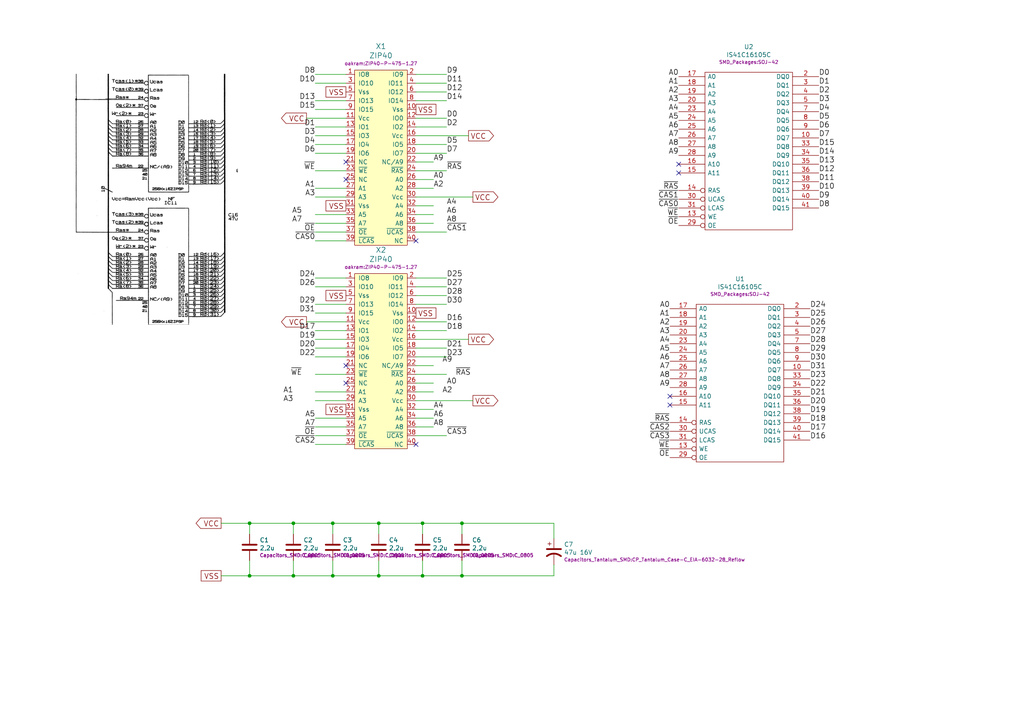
<source format=kicad_sch>
(kicad_sch (version 20230121) (generator eeschema)
  (paper "A4")
  (lib_symbols
    (symbol "oakram-rescue:C" (pin_numbers hide) (pin_names (offset 0.254))
      (property "Reference" "C" (at 0.635 2.54 0))
      (property "Value" "C" (at 0.635 -2.54 0))
      (symbol "C_0_1"
        (polyline (pts (xy -2.032 -0.762) (xy 2.032 -0.762)) (stroke (width 0.508)))
        (polyline (pts (xy -2.032 0.762) (xy 2.032 0.762)) (stroke (width 0.508)))
      )
      (symbol "C_1_1"
        (pin passive line (at 0 3.81 270) (length 2.794) (name "~") (number "1"))
        (pin passive line (at 0 -3.81 90) (length 2.794) (name "~") (number "2"))
      )
    )
    (symbol "oakram-rescue:CP1" (pin_numbers hide) (pin_names (offset 0.254) hide)
      (property "Reference" "C" (at 0.635 2.54 0))
      (property "Value" "CP1" (at 0.635 -2.54 0))
      (symbol "CP1_0_1"
        (polyline (pts (xy -2.032 0.762) (xy 2.032 0.762)) (stroke (width 0.508)))
        (polyline (pts (xy -1.778 2.286) (xy -0.762 2.286)))
        (polyline (pts (xy -1.27 1.778) (xy -1.27 2.794)))
        (arc (start 2.032 -1.27) (mid 0 -0.5572) (end -2.032 -1.27) (stroke (width 0.508)))
      )
      (symbol "CP1_1_1"
        (pin passive line (at 0 3.81 270) (length 2.794) (name "~") (number "1"))
        (pin passive line (at 0 -3.81 90) (length 3.302) (name "~") (number "2"))
      )
    )
    (symbol "oakram-rescue:DRAM_1MX16_SOJ" (pin_names (offset 0.762))
      (property "Reference" "U" (at 0 1.27 0))
      (property "Value" "DRAM_1MX16_SOJ" (at 1.27 -24.13 0))
      (symbol "DRAM_1MX16_SOJ_0_0"
        (pin power_in line (at -2.54 22.86 270) (length 0) hide (name "VCC") (number "1"))
        (pin power_in line (at 2.54 22.86 270) (length 0) hide (name "VCC") (number "21"))
        (pin power_in line (at -2.54 -22.86 90) (length 0) hide (name "VSS") (number "22"))
        (pin power_in line (at 0 -22.86 90) (length 0) hide (name "VSS") (number "37"))
        (pin power_in line (at 2.54 -22.86 90) (length 0) hide (name "VSS") (number "42"))
        (pin power_in line (at 0 22.86 270) (length 0) hide (name "VCC") (number "6"))
      )
      (symbol "DRAM_1MX16_SOJ_0_1"
        (rectangle (start -12.7 22.86) (end 12.7 -22.86))
      )
      (symbol "DRAM_1MX16_SOJ_1_1"
        (pin bidirectional line (at 20.32 3.81 180) (length 7.62) (name "DQ7") (number "10"))
        (pin input inverted (at -20.32 -19.05 0) (length 7.62) (name "WE") (number "13"))
        (pin input inverted (at -20.32 -11.43 0) (length 7.62) (name "RAS") (number "14"))
        (pin input line (at -20.32 -6.35 0) (length 7.62) (name "A11") (number "15"))
        (pin input line (at -20.32 -3.81 0) (length 7.62) (name "A10") (number "16"))
        (pin input line (at -20.32 21.59 0) (length 7.62) (name "A0") (number "17"))
        (pin input line (at -20.32 19.05 0) (length 7.62) (name "A1") (number "18"))
        (pin input line (at -20.32 16.51 0) (length 7.62) (name "A2") (number "19"))
        (pin bidirectional line (at 20.32 21.59 180) (length 7.62) (name "DQ0") (number "2"))
        (pin input line (at -20.32 13.97 0) (length 7.62) (name "A3") (number "20"))
        (pin input line (at -20.32 11.43 0) (length 7.62) (name "A4") (number "23"))
        (pin input line (at -20.32 8.89 0) (length 7.62) (name "A5") (number "24"))
        (pin input line (at -20.32 6.35 0) (length 7.62) (name "A6") (number "25"))
        (pin input line (at -20.32 3.81 0) (length 7.62) (name "A7") (number "26"))
        (pin input line (at -20.32 1.27 0) (length 7.62) (name "A8") (number "27"))
        (pin input line (at -20.32 -1.27 0) (length 7.62) (name "A9") (number "28"))
        (pin input inverted (at -20.32 -21.59 0) (length 7.62) (name "OE") (number "29"))
        (pin bidirectional line (at 20.32 19.05 180) (length 7.62) (name "DQ1") (number "3"))
        (pin input inverted (at -20.32 -13.97 0) (length 7.62) (name "UCAS") (number "30"))
        (pin input inverted (at -20.32 -16.51 0) (length 7.62) (name "LCAS") (number "31"))
        (pin bidirectional line (at 20.32 1.27 180) (length 7.62) (name "DQ8") (number "33"))
        (pin bidirectional line (at 20.32 -1.27 180) (length 7.62) (name "DQ9") (number "34"))
        (pin bidirectional line (at 20.32 -3.81 180) (length 7.62) (name "DQ10") (number "35"))
        (pin bidirectional line (at 20.32 -6.35 180) (length 7.62) (name "DQ11") (number "36"))
        (pin bidirectional line (at 20.32 -8.89 180) (length 7.62) (name "DQ12") (number "38"))
        (pin bidirectional line (at 20.32 -11.43 180) (length 7.62) (name "DQ13") (number "39"))
        (pin bidirectional line (at 20.32 16.51 180) (length 7.62) (name "DQ2") (number "4"))
        (pin bidirectional line (at 20.32 -13.97 180) (length 7.62) (name "DQ14") (number "40"))
        (pin bidirectional line (at 20.32 -16.51 180) (length 7.62) (name "DQ15") (number "41"))
        (pin bidirectional line (at 20.32 13.97 180) (length 7.62) (name "DQ3") (number "5"))
        (pin bidirectional line (at 20.32 11.43 180) (length 7.62) (name "DQ4") (number "7"))
        (pin bidirectional line (at 20.32 8.89 180) (length 7.62) (name "DQ5") (number "8"))
        (pin bidirectional line (at 20.32 6.35 180) (length 7.62) (name "DQ6") (number "9"))
      )
    )
    (symbol "oakram:ZIP40" (pin_names (offset 1.016))
      (property "Reference" "X" (at 0 26.67 0))
      (property "Value" "ZIP40" (at 0 -26.67 0))
      (symbol "ZIP40_0_1"
        (rectangle (start -7.62 25.4) (end 7.62 -25.4) (fill (type background)))
      )
      (symbol "ZIP40_1_1"
        (pin input line (at -10.16 24.13 0) (length 2.54) (name "IO8") (number "1"))
        (pin input line (at 10.16 13.97 180) (length 2.54) (name "Vss") (number "10"))
        (pin input line (at -10.16 11.43 0) (length 2.54) (name "Vcc") (number "11"))
        (pin input line (at 10.16 11.43 180) (length 2.54) (name "IO0") (number "12"))
        (pin input line (at -10.16 8.89 0) (length 2.54) (name "IO1") (number "13"))
        (pin input line (at 10.16 8.89 180) (length 2.54) (name "IO2") (number "14"))
        (pin input line (at -10.16 6.35 0) (length 2.54) (name "IO3") (number "15"))
        (pin input line (at 10.16 6.35 180) (length 2.54) (name "Vcc") (number "16"))
        (pin input line (at -10.16 3.81 0) (length 2.54) (name "IO4") (number "17"))
        (pin input line (at 10.16 3.81 180) (length 2.54) (name "IO5") (number "18"))
        (pin input line (at -10.16 1.27 0) (length 2.54) (name "IO6") (number "19"))
        (pin input line (at 10.16 24.13 180) (length 2.54) (name "IO9") (number "2"))
        (pin input line (at 10.16 1.27 180) (length 2.54) (name "IO7") (number "20"))
        (pin input line (at -10.16 -1.27 0) (length 2.54) (name "NC") (number "21"))
        (pin input line (at 10.16 -1.27 180) (length 2.54) (name "NC/A9") (number "22"))
        (pin input line (at -10.16 -3.81 0) (length 2.54) (name "~{WE}") (number "23"))
        (pin input line (at 10.16 -3.81 180) (length 2.54) (name "~{RAS}") (number "24"))
        (pin input line (at -10.16 -6.35 0) (length 2.54) (name "NC") (number "25"))
        (pin input line (at 10.16 -6.35 180) (length 2.54) (name "A0") (number "26"))
        (pin input line (at -10.16 -8.89 0) (length 2.54) (name "A1") (number "27"))
        (pin input line (at 10.16 -8.89 180) (length 2.54) (name "A2") (number "28"))
        (pin input line (at -10.16 -11.43 0) (length 2.54) (name "A3") (number "29"))
        (pin input line (at -10.16 21.59 0) (length 2.54) (name "IO10") (number "3"))
        (pin input line (at 10.16 -11.43 180) (length 2.54) (name "Vcc") (number "30"))
        (pin input line (at -10.16 -13.97 0) (length 2.54) (name "Vss") (number "31"))
        (pin input line (at 10.16 -13.97 180) (length 2.54) (name "A4") (number "32"))
        (pin input line (at -10.16 -16.51 0) (length 2.54) (name "A5") (number "33"))
        (pin input line (at 10.16 -16.51 180) (length 2.54) (name "A6") (number "34"))
        (pin input line (at -10.16 -19.05 0) (length 2.54) (name "A7") (number "35"))
        (pin input line (at 10.16 -19.05 180) (length 2.54) (name "A8") (number "36"))
        (pin input line (at -10.16 -21.59 0) (length 2.54) (name "~{OE}") (number "37"))
        (pin input line (at 10.16 -21.59 180) (length 2.54) (name "~{UCAS}") (number "38"))
        (pin input line (at -10.16 -24.13 0) (length 2.54) (name "~{LCAS}") (number "39"))
        (pin input line (at 10.16 21.59 180) (length 2.54) (name "IO11") (number "4"))
        (pin input line (at 10.16 -24.13 180) (length 2.54) (name "NC") (number "40"))
        (pin input line (at -10.16 19.05 0) (length 2.54) (name "Vss") (number "5"))
        (pin input line (at 10.16 19.05 180) (length 2.54) (name "IO12") (number "6"))
        (pin input line (at -10.16 16.51 0) (length 2.54) (name "IO13") (number "7"))
        (pin input line (at 10.16 16.51 180) (length 2.54) (name "IO14") (number "8"))
        (pin input line (at -10.16 13.97 0) (length 2.54) (name "IO15") (number "9"))
      )
    )
  )
  (junction (at 133.985 151.765))
  (junction (at 109.855 167.005))
  (junction (at 96.52 151.765))
  (junction (at 96.52 167.005))
  (junction (at 122.555 151.765))
  (junction (at 133.985 167.005))
  (junction (at 72.39 151.765))
  (junction (at 85.09 151.765))
  (junction (at 122.555 167.005))
  (junction (at 109.855 151.765))
  (junction (at 85.09 167.005))
  (junction (at 72.39 167.005))
  (no_connect (at 100.33 106.045))
  (no_connect (at 100.33 111.125))
  (no_connect (at 196.85 47.625))
  (no_connect (at 120.65 69.85))
  (no_connect (at 100.33 46.99))
  (no_connect (at 196.85 50.165))
  (no_connect (at 194.31 114.935))
  (no_connect (at 100.33 52.07))
  (no_connect (at 194.31 117.475))
  (no_connect (at 120.65 128.905))
  (wire (pts (xy 120.65 111.125) (xy 125.73 111.125)))
  (wire (pts (xy 120.65 44.45) (xy 129.54 44.45)))
  (wire (pts (xy 100.33 128.905) (xy 91.44 128.905)))
  (wire (pts (xy 100.33 21.59) (xy 91.44 21.59)))
  (wire (pts (xy 100.33 88.265) (xy 91.44 88.265)))
  (wire (pts (xy 122.555 151.765) (xy 133.985 151.765)))
  (wire (pts (xy 72.39 162.56) (xy 72.39 167.005)))
  (wire (pts (xy 100.33 64.77) (xy 91.44 64.77)))
  (wire (pts (xy 120.65 123.825) (xy 125.73 123.825)))
  (wire (pts (xy 120.65 59.69) (xy 125.73 59.69)))
  (wire (pts (xy 120.65 100.965) (xy 129.54 100.965)))
  (wire (pts (xy 100.33 36.83) (xy 91.44 36.83)))
  (wire (pts (xy 109.855 151.765) (xy 122.555 151.765)))
  (wire (pts (xy 120.65 108.585) (xy 129.54 108.585)))
  (wire (pts (xy 133.985 167.005) (xy 160.655 167.005)))
  (wire (pts (xy 120.65 29.21) (xy 129.54 29.21)))
  (wire (pts (xy 120.65 26.67) (xy 129.54 26.67)))
  (wire (pts (xy 100.33 44.45) (xy 91.44 44.45)))
  (wire (pts (xy 100.33 90.805) (xy 91.44 90.805)))
  (wire (pts (xy 100.33 62.23) (xy 91.44 62.23)))
  (wire (pts (xy 122.555 154.94) (xy 122.555 151.765)))
  (wire (pts (xy 100.33 98.425) (xy 91.44 98.425)))
  (wire (pts (xy 109.855 162.56) (xy 109.855 167.005)))
  (wire (pts (xy 120.65 34.29) (xy 129.54 34.29)))
  (wire (pts (xy 72.39 154.94) (xy 72.39 151.765)))
  (wire (pts (xy 109.855 154.94) (xy 109.855 151.765)))
  (wire (pts (xy 88.9 34.29) (xy 100.33 34.29)))
  (wire (pts (xy 64.135 167.005) (xy 72.39 167.005)))
  (wire (pts (xy 120.65 67.31) (xy 129.54 67.31)))
  (wire (pts (xy 100.33 121.285) (xy 91.44 121.285)))
  (wire (pts (xy 85.09 162.56) (xy 85.09 167.005)))
  (wire (pts (xy 120.65 39.37) (xy 135.89 39.37)))
  (wire (pts (xy 120.65 54.61) (xy 125.73 54.61)))
  (wire (pts (xy 120.65 64.77) (xy 125.73 64.77)))
  (wire (pts (xy 120.65 118.745) (xy 125.73 118.745)))
  (wire (pts (xy 160.655 151.765) (xy 160.655 156.21)))
  (wire (pts (xy 100.33 31.75) (xy 91.44 31.75)))
  (wire (pts (xy 120.65 88.265) (xy 129.54 88.265)))
  (wire (pts (xy 100.33 100.965) (xy 91.44 100.965)))
  (wire (pts (xy 100.33 39.37) (xy 91.44 39.37)))
  (wire (pts (xy 100.33 54.61) (xy 91.44 54.61)))
  (wire (pts (xy 100.33 69.85) (xy 91.44 69.85)))
  (wire (pts (xy 120.65 83.185) (xy 129.54 83.185)))
  (wire (pts (xy 100.33 67.31) (xy 91.44 67.31)))
  (wire (pts (xy 120.65 106.045) (xy 125.73 106.045)))
  (wire (pts (xy 100.33 29.21) (xy 91.44 29.21)))
  (wire (pts (xy 122.555 162.56) (xy 122.555 167.005)))
  (wire (pts (xy 100.33 95.885) (xy 91.44 95.885)))
  (wire (pts (xy 120.65 57.15) (xy 137.16 57.15)))
  (wire (pts (xy 109.855 167.005) (xy 122.555 167.005)))
  (wire (pts (xy 100.33 57.15) (xy 91.44 57.15)))
  (wire (pts (xy 100.33 116.205) (xy 91.44 116.205)))
  (wire (pts (xy 100.33 123.825) (xy 91.44 123.825)))
  (wire (pts (xy 85.09 167.005) (xy 96.52 167.005)))
  (wire (pts (xy 64.135 151.765) (xy 72.39 151.765)))
  (wire (pts (xy 160.655 167.005) (xy 160.655 163.83)))
  (wire (pts (xy 100.33 49.53) (xy 91.44 49.53)))
  (wire (pts (xy 96.52 151.765) (xy 109.855 151.765)))
  (wire (pts (xy 100.33 108.585) (xy 91.44 108.585)))
  (wire (pts (xy 120.65 24.13) (xy 129.54 24.13)))
  (wire (pts (xy 85.09 154.94) (xy 85.09 151.765)))
  (wire (pts (xy 120.65 116.205) (xy 137.16 116.205)))
  (wire (pts (xy 120.65 49.53) (xy 129.54 49.53)))
  (wire (pts (xy 96.52 167.005) (xy 109.855 167.005)))
  (wire (pts (xy 100.33 113.665) (xy 91.44 113.665)))
  (wire (pts (xy 133.985 167.005) (xy 133.985 162.56)))
  (wire (pts (xy 72.39 151.765) (xy 85.09 151.765)))
  (wire (pts (xy 120.65 36.83) (xy 129.54 36.83)))
  (wire (pts (xy 85.09 151.765) (xy 96.52 151.765)))
  (wire (pts (xy 100.33 41.91) (xy 91.44 41.91)))
  (wire (pts (xy 100.33 80.645) (xy 91.44 80.645)))
  (wire (pts (xy 120.65 52.07) (xy 125.73 52.07)))
  (wire (pts (xy 100.33 126.365) (xy 91.44 126.365)))
  (wire (pts (xy 120.65 121.285) (xy 125.73 121.285)))
  (wire (pts (xy 120.65 21.59) (xy 129.54 21.59)))
  (wire (pts (xy 120.65 85.725) (xy 129.54 85.725)))
  (wire (pts (xy 72.39 167.005) (xy 85.09 167.005)))
  (wire (pts (xy 96.52 154.94) (xy 96.52 151.765)))
  (wire (pts (xy 100.33 103.505) (xy 91.44 103.505)))
  (wire (pts (xy 120.65 80.645) (xy 129.54 80.645)))
  (wire (pts (xy 100.33 83.185) (xy 91.44 83.185)))
  (wire (pts (xy 120.65 103.505) (xy 129.54 103.505)))
  (wire (pts (xy 96.52 162.56) (xy 96.52 167.005)))
  (wire (pts (xy 120.65 62.23) (xy 125.73 62.23)))
  (wire (pts (xy 100.33 24.13) (xy 91.44 24.13)))
  (wire (pts (xy 120.65 46.99) (xy 125.73 46.99)))
  (wire (pts (xy 120.65 41.91) (xy 129.54 41.91)))
  (wire (pts (xy 88.9 93.345) (xy 100.33 93.345)))
  (wire (pts (xy 120.65 93.345) (xy 129.54 93.345)))
  (wire (pts (xy 133.985 151.765) (xy 133.985 154.94)))
  (wire (pts (xy 120.65 113.665) (xy 125.73 113.665)))
  (wire (pts (xy 120.65 98.425) (xy 135.89 98.425)))
  (wire (pts (xy 122.555 167.005) (xy 133.985 167.005)))
  (wire (pts (xy 133.985 151.765) (xy 160.655 151.765)))
  (wire (pts (xy 120.65 126.365) (xy 129.54 126.365)))
  (wire (pts (xy 120.65 95.885) (xy 129.54 95.885)))
  (image (at 44.45 57.785))
  (label "A3" (at 91.44 57.15 180) (effects (font (size 1.524 1.524))))
  (label "A6" (at 125.73 121.285 0) (effects (font (size 1.524 1.524))))
  (label "D4" (at 91.44 41.91 180) (effects (font (size 1.524 1.524))))
  (label "D21" (at 234.95 114.935 0) (effects (font (size 1.524 1.524))))
  (label "D27" (at 129.54 83.185 0) (effects (font (size 1.524 1.524))))
  (label "D12" (at 129.54 26.67 0) (effects (font (size 1.524 1.524))))
  (label "A5" (at 196.85 34.925 180) (effects (font (size 1.524 1.524))))
  (label "A1" (at 196.85 24.765 180) (effects (font (size 1.524 1.524))))
  (label "D27" (at 234.95 97.155 0) (effects (font (size 1.524 1.524))))
  (label "D9" (at 237.49 57.785 0) (effects (font (size 1.524 1.524))))
  (label "D18" (at 129.54 95.885 0) (effects (font (size 1.524 1.524))))
  (label "D28" (at 129.54 85.725 0) (effects (font (size 1.524 1.524))))
  (label "D17" (at 91.44 95.885 180) (effects (font (size 1.524 1.524))))
  (label "~{CAS3}" (at 194.31 127.635 180) (effects (font (size 1.524 1.524))))
  (label "D30" (at 129.54 88.265 0) (effects (font (size 1.524 1.524))))
  (label "D16" (at 129.54 93.345 0) (effects (font (size 1.524 1.524))))
  (label "A4" (at 196.85 32.385 180) (effects (font (size 1.524 1.524))))
  (label "D19" (at 91.44 98.425 180) (effects (font (size 1.524 1.524))))
  (label "A0" (at 196.85 22.225 180) (effects (font (size 1.524 1.524))))
  (label "~{WE}" (at 196.85 62.865 180) (effects (font (size 1.524 1.524))))
  (label "A5" (at 91.44 121.285 180) (effects (font (size 1.524 1.524))))
  (label "~{CAS0}" (at 196.85 60.325 180) (effects (font (size 1.524 1.524))))
  (label "D22" (at 91.44 103.505 180) (effects (font (size 1.524 1.524))))
  (label "A8" (at 194.31 109.855 180) (effects (font (size 1.524 1.524))))
  (label "~{RAS}" (at 194.31 122.555 180) (effects (font (size 1.524 1.524))))
  (label "D3" (at 237.49 29.845 0) (effects (font (size 1.524 1.524))))
  (label "A6" (at 196.85 37.465 180) (effects (font (size 1.524 1.524))))
  (label "~{CAS1}" (at 129.54 67.31 0) (effects (font (size 1.524 1.524))))
  (label "D14" (at 237.49 45.085 0) (effects (font (size 1.524 1.524))))
  (label "D6" (at 237.49 37.465 0) (effects (font (size 1.524 1.524))))
  (label "~{CAS2}" (at 91.44 128.905 180) (effects (font (size 1.524 1.524))))
  (label "D15" (at 91.44 31.75 180) (effects (font (size 1.524 1.524))))
  (label "D10" (at 237.49 55.245 0) (effects (font (size 1.524 1.524))))
  (label "D11" (at 129.54 24.13 0) (effects (font (size 1.524 1.524))))
  (label "~{CAS1}" (at 196.85 57.785 180) (effects (font (size 1.524 1.524))))
  (label "D10" (at 91.44 24.13 180) (effects (font (size 1.524 1.524))))
  (label "D28" (at 234.95 99.695 0) (effects (font (size 1.524 1.524))))
  (label "~{OE}" (at 194.31 132.715 180) (effects (font (size 1.524 1.524))))
  (label "A9" (at 125.73 46.99 0) (effects (font (size 1.524 1.524))))
  (label "A2" (at 194.31 94.615 180) (effects (font (size 1.524 1.524))))
  (label "D18" (at 234.95 122.555 0) (effects (font (size 1.524 1.524))))
  (label "~{OE}" (at 91.44 67.31 180) (effects (font (size 1.524 1.524))))
  (label "D23" (at 129.54 103.505 0) (effects (font (size 1.524 1.524))))
  (label "A7" (at 91.44 123.825 180) (effects (font (size 1.524 1.524))))
  (label "D25" (at 234.95 92.075 0) (effects (font (size 1.524 1.524))))
  (label "D15" (at 237.49 42.545 0) (effects (font (size 1.524 1.524))))
  (label "D20" (at 91.44 100.965 180) (effects (font (size 1.524 1.524))))
  (label "~{OE}" (at 91.44 126.365 180) (effects (font (size 1.524 1.524))))
  (label "D0" (at 129.54 34.29 0) (effects (font (size 1.524 1.524))))
  (label "D31" (at 234.95 107.315 0) (effects (font (size 1.524 1.524))))
  (label "~{CAS3}" (at 129.54 126.365 0) (effects (font (size 1.524 1.524))))
  (label "A1" (at 85.09 114.3 180) (effects (font (size 1.524 1.524))))
  (label "D0" (at 237.49 22.225 0) (effects (font (size 1.524 1.524))))
  (label "A7" (at 87.63 64.77 180) (effects (font (size 1.524 1.524))))
  (label "~{RAS}" (at 129.54 49.53 0) (effects (font (size 1.524 1.524))))
  (label "D8" (at 237.49 60.325 0) (effects (font (size 1.524 1.524))))
  (label "D8" (at 91.44 21.59 180) (effects (font (size 1.524 1.524))))
  (label "A7" (at 196.85 40.005 180) (effects (font (size 1.524 1.524))))
  (label "D22" (at 234.95 112.395 0) (effects (font (size 1.524 1.524))))
  (label "A0" (at 125.73 52.07 0) (effects (font (size 1.524 1.524))))
  (label "D14" (at 129.54 29.21 0) (effects (font (size 1.524 1.524))))
  (label "~{WE}" (at 87.63 109.22 180) (effects (font (size 1.524 1.524))))
  (label "D4" (at 237.49 32.385 0) (effects (font (size 1.524 1.524))))
  (label "A4" (at 125.73 118.745 0) (effects (font (size 1.524 1.524))))
  (label "D7" (at 129.54 44.45 0) (effects (font (size 1.524 1.524))))
  (label "D5" (at 237.49 34.925 0) (effects (font (size 1.524 1.524))))
  (label "~{CAS0}" (at 91.44 69.85 180) (effects (font (size 1.524 1.524))))
  (label "A6" (at 194.31 104.775 180) (effects (font (size 1.524 1.524))))
  (label "D25" (at 129.54 80.645 0) (effects (font (size 1.524 1.524))))
  (label "A9" (at 194.31 112.395 180) (effects (font (size 1.524 1.524))))
  (label "~{WE}" (at 194.31 130.175 180) (effects (font (size 1.524 1.524))))
  (label "D16" (at 234.95 127.635 0) (effects (font (size 1.524 1.524))))
  (label "A2" (at 128.27 114.3 0) (effects (font (size 1.524 1.524))))
  (label "A7" (at 194.31 107.315 180) (effects (font (size 1.524 1.524))))
  (label "D20" (at 234.95 117.475 0) (effects (font (size 1.524 1.524))))
  (label "A4" (at 129.54 59.69 0) (effects (font (size 1.524 1.524))))
  (label "D30" (at 234.95 104.775 0) (effects (font (size 1.524 1.524))))
  (label "D2" (at 237.49 27.305 0) (effects (font (size 1.524 1.524))))
  (label "A0" (at 129.54 111.76 0) (effects (font (size 1.524 1.524))))
  (label "D24" (at 234.95 89.535 0) (effects (font (size 1.524 1.524))))
  (label "A0" (at 194.31 89.535 180) (effects (font (size 1.524 1.524))))
  (label "A5" (at 87.63 62.23 180) (effects (font (size 1.524 1.524))))
  (label "~{RAS}" (at 132.08 109.22 0) (effects (font (size 1.524 1.524))))
  (label "A9" (at 128.27 105.41 0) (effects (font (size 1.524 1.524))))
  (label "D26" (at 234.95 94.615 0) (effects (font (size 1.524 1.524))))
  (label "D6" (at 91.44 44.45 180) (effects (font (size 1.524 1.524))))
  (label "D1" (at 237.49 24.765 0) (effects (font (size 1.524 1.524))))
  (label "A8" (at 129.54 64.77 0) (effects (font (size 1.524 1.524))))
  (label "D23" (at 234.95 109.855 0) (effects (font (size 1.524 1.524))))
  (label "A9" (at 196.85 45.085 180) (effects (font (size 1.524 1.524))))
  (label "~{RAS}" (at 196.85 55.245 180) (effects (font (size 1.524 1.524))))
  (label "D13" (at 91.44 29.21 180) (effects (font (size 1.524 1.524))))
  (label "A3" (at 196.85 29.845 180) (effects (font (size 1.524 1.524))))
  (label "A2" (at 125.73 54.61 0) (effects (font (size 1.524 1.524))))
  (label "A2" (at 196.85 27.305 180) (effects (font (size 1.524 1.524))))
  (label "A8" (at 196.85 42.545 180) (effects (font (size 1.524 1.524))))
  (label "A1" (at 91.44 54.61 180) (effects (font (size 1.524 1.524))))
  (label "D29" (at 91.44 88.265 180) (effects (font (size 1.524 1.524))))
  (label "D13" (at 237.49 47.625 0) (effects (font (size 1.524 1.524))))
  (label "D9" (at 129.54 21.59 0) (effects (font (size 1.524 1.524))))
  (label "D11" (at 237.49 52.705 0) (effects (font (size 1.524 1.524))))
  (label "D29" (at 234.95 102.235 0) (effects (font (size 1.524 1.524))))
  (label "D21" (at 129.54 100.965 0) (effects (font (size 1.524 1.524))))
  (label "D17" (at 234.95 125.095 0) (effects (font (size 1.524 1.524))))
  (label "A6" (at 129.54 62.23 0) (effects (font (size 1.524 1.524))))
  (label "A1" (at 194.31 92.075 180) (effects (font (size 1.524 1.524))))
  (label "D7" (at 237.49 40.005 0) (effects (font (size 1.524 1.524))))
  (label "D5" (at 129.54 41.91 0) (effects (font (size 1.524 1.524))))
  (label "D19" (at 234.95 120.015 0) (effects (font (size 1.524 1.524))))
  (label "~{WE}" (at 91.44 49.53 180) (effects (font (size 1.524 1.524))))
  (label "D12" (at 237.49 50.165 0) (effects (font (size 1.524 1.524))))
  (label "A3" (at 194.31 97.155 180) (effects (font (size 1.524 1.524))))
  (label "A3" (at 85.09 116.84 180) (effects (font (size 1.524 1.524))))
  (label "A4" (at 194.31 99.695 180) (effects (font (size 1.524 1.524))))
  (label "D26" (at 91.44 83.185 180) (effects (font (size 1.524 1.524))))
  (label "A5" (at 194.31 102.235 180) (effects (font (size 1.524 1.524))))
  (label "D31" (at 91.44 90.805 180) (effects (font (size 1.524 1.524))))
  (label "D2" (at 129.54 36.83 0) (effects (font (size 1.524 1.524))))
  (label "A8" (at 125.73 123.825 0) (effects (font (size 1.524 1.524))))
  (label "D3" (at 91.44 39.37 180) (effects (font (size 1.524 1.524))))
  (label "~{CAS2}" (at 194.31 125.095 180) (effects (font (size 1.524 1.524))))
  (label "~{OE}" (at 196.85 65.405 180) (effects (font (size 1.524 1.524))))
  (label "D24" (at 91.44 80.645 180) (effects (font (size 1.524 1.524))))
  (label "D1" (at 91.44 36.83 180) (effects (font (size 1.524 1.524))))
  (global_label "VCC" (shape output) (at 135.89 98.425 0) (effects (font (size 1.524 1.524))) (property "Intersheetrefs" "${INTERSHEET_REFS}" (effects hide)))
  (global_label "VSS" (shape passive) (at 120.65 31.75 0) (effects (font (size 1.524 1.524))) (property "Intersheetrefs" "${INTERSHEET_REFS}" (effects hide)))
  (global_label "VCC" (shape output) (at 88.9 93.345 180) (effects (font (size 1.524 1.524))) (property "Intersheetrefs" "${INTERSHEET_REFS}" (effects hide)))
  (global_label "VCC" (shape output) (at 137.16 116.205 0) (effects (font (size 1.524 1.524))) (property "Intersheetrefs" "${INTERSHEET_REFS}" (effects hide)))
  (global_label "VCC" (shape output) (at 88.9 34.29 180) (effects (font (size 1.524 1.524))) (property "Intersheetrefs" "${INTERSHEET_REFS}" (effects hide)))
  (global_label "VSS" (shape passive) (at 100.33 26.67 180) (effects (font (size 1.524 1.524))) (property "Intersheetrefs" "${INTERSHEET_REFS}" (effects hide)))
  (global_label "VSS" (shape passive) (at 64.135 167.005 180) (effects (font (size 1.524 1.524))) (property "Intersheetrefs" "${INTERSHEET_REFS}" (effects hide)))
  (global_label "VSS" (shape passive) (at 100.33 59.69 180) (effects (font (size 1.524 1.524))) (property "Intersheetrefs" "${INTERSHEET_REFS}" (effects hide)))
  (global_label "VSS" (shape passive) (at 100.33 85.725 180) (effects (font (size 1.524 1.524))) (property "Intersheetrefs" "${INTERSHEET_REFS}" (effects hide)))
  (global_label "VSS" (shape passive) (at 120.65 90.805 0) (effects (font (size 1.524 1.524))) (property "Intersheetrefs" "${INTERSHEET_REFS}" (effects hide)))
  (global_label "VCC" (shape output) (at 64.135 151.765 180) (effects (font (size 1.524 1.524))) (property "Intersheetrefs" "${INTERSHEET_REFS}" (effects hide)))
  (global_label "VCC" (shape output) (at 135.89 39.37 0) (effects (font (size 1.524 1.524))) (property "Intersheetrefs" "${INTERSHEET_REFS}" (effects hide)))
  (global_label "VCC" (shape output) (at 137.16 57.15 0) (effects (font (size 1.524 1.524))) (property "Intersheetrefs" "${INTERSHEET_REFS}" (effects hide)))
  (global_label "VSS" (shape passive) (at 100.33 118.745 180) (effects (font (size 1.524 1.524))) (property "Intersheetrefs" "${INTERSHEET_REFS}" (effects hide)))
  (symbol (lib_id "oakram:ZIP40") (at 110.49 45.72 0) (unit 1)
    (property "Reference" "X1" (at 110.49 13.4366 0) (effects (font (size 1.524 1.524))))
    (property "Value" "ZIP40" (at 110.49 16.129 0) (effects (font (size 1.524 1.524))))
    (property "Footprint" "oakram:ZIP40-P-475-1.27" (at 110.49 18.415 0) (effects (font (size 0.9906 0.9906))))
  )
  (symbol (lib_id "oakram:ZIP40") (at 110.49 104.775 0) (unit 1)
    (property "Reference" "X2" (at 110.49 72.4916 0) (effects (font (size 1.524 1.524))))
    (property "Value" "ZIP40" (at 110.49 75.184 0) (effects (font (size 1.524 1.524))))
    (property "Footprint" "oakram:ZIP40-P-475-1.27" (at 110.49 77.47 0) (effects (font (size 0.9906 0.9906))))
  )
  (symbol (lib_id "oakram-rescue:DRAM_1MX16_SOJ") (at 217.17 43.815 0) (unit 1)
    (property "Reference" "U2" (at 217.17 13.589 0))
    (property "Value" "IS41C16105C" (at 217.17 15.9004 0))
    (property "Footprint" "SMD_Packages:SOJ-42" (at 217.17 18.0086 0) (effects (font (size 0.9906 0.9906))))
  )
  (symbol (lib_id "oakram-rescue:DRAM_1MX16_SOJ") (at 214.63 111.125 0) (unit 1)
    (property "Reference" "U1" (at 214.63 80.899 0))
    (property "Value" "IS41C16105C" (at 214.63 83.2104 0))
    (property "Footprint" "SMD_Packages:SOJ-42" (at 214.63 85.3186 0) (effects (font (size 0.9906 0.9906))))
  )
  (symbol (lib_id "oakram-rescue:CP1") (at 160.655 160.02 0) (unit 1)
    (property "Reference" "C7" (at 163.576 157.9118 0) (effects (justify left)))
    (property "Value" "47u 16V" (at 163.576 160.2232 0) (effects (justify left)))
    (property "Footprint" "Capacitors_Tantalum_SMD:CP_Tantalum_Case-C_EIA-6032-28_Reflow" (at 163.576 162.3314 0) (effects (font (size 0.9906 0.9906)) (justify left)))
  )
  (symbol (lib_id "oakram-rescue:C") (at 72.39 158.75 0) (unit 1)
    (property "Reference" "C1" (at 75.311 156.6418 0) (effects (justify left)))
    (property "Value" "2,2u" (at 75.311 158.9532 0) (effects (justify left)))
    (property "Footprint" "Capacitors_SMD:C_0805" (at 75.311 161.0614 0) (effects (font (size 0.9906 0.9906)) (justify left)))
  )
  (symbol (lib_id "oakram-rescue:C") (at 85.09 158.75 0) (unit 1)
    (property "Reference" "C2" (at 88.011 156.6418 0) (effects (justify left)))
    (property "Value" "2,2u" (at 88.011 158.9532 0) (effects (justify left)))
    (property "Footprint" "Capacitors_SMD:C_0805" (at 88.011 161.0614 0) (effects (font (size 0.9906 0.9906)) (justify left)))
  )
  (symbol (lib_id "oakram-rescue:C") (at 96.52 158.75 0) (unit 1)
    (property "Reference" "C3" (at 99.441 156.6418 0) (effects (justify left)))
    (property "Value" "2,2u" (at 99.441 158.9532 0) (effects (justify left)))
    (property "Footprint" "Capacitors_SMD:C_0805" (at 99.441 161.0614 0) (effects (font (size 0.9906 0.9906)) (justify left)))
  )
  (symbol (lib_id "oakram-rescue:C") (at 109.855 158.75 0) (unit 1)
    (property "Reference" "C4" (at 112.776 156.6418 0) (effects (justify left)))
    (property "Value" "2,2u" (at 112.776 158.9532 0) (effects (justify left)))
    (property "Footprint" "Capacitors_SMD:C_0805" (at 112.776 161.0614 0) (effects (font (size 0.9906 0.9906)) (justify left)))
  )
  (symbol (lib_id "oakram-rescue:C") (at 122.555 158.75 0) (unit 1)
    (property "Reference" "C5" (at 125.476 156.6418 0) (effects (justify left)))
    (property "Value" "2,2u" (at 125.476 158.9532 0) (effects (justify left)))
    (property "Footprint" "Capacitors_SMD:C_0805" (at 125.476 161.0614 0) (effects (font (size 0.9906 0.9906)) (justify left)))
  )
  (symbol (lib_id "oakram-rescue:C") (at 133.985 158.75 0) (unit 1)
    (property "Reference" "C6" (at 136.906 156.6418 0) (effects (justify left)))
    (property "Value" "2,2u" (at 136.906 158.9532 0) (effects (justify left)))
    (property "Footprint" "Capacitors_SMD:C_0805" (at 136.906 161.0614 0) (effects (font (size 0.9906 0.9906)) (justify left)))
  )
)
</source>
